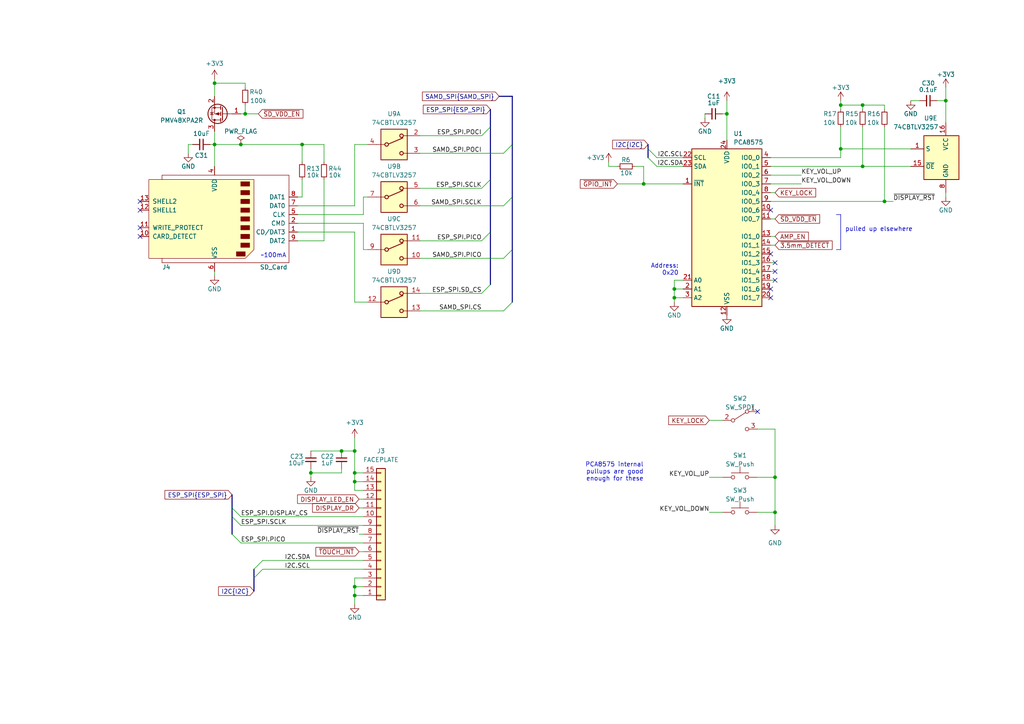
<source format=kicad_sch>
(kicad_sch (version 20230121) (generator eeschema)
  (paper "A4")
  (title_block (title "gay ipod storage + usb interface") (date "2022-09-04") (rev "1"))
  (lib_symbols
    (symbol "74xx:74CBTLV3257"
      (property "Reference" "U" (at 17.78 1.27 0))
      (property "Value" "74CBTLV3257" (at 15.24 -1.27 0))
      (symbol "74CBTLV3257_1_1"
        (rectangle (start -3.81 4.445) (end 3.81 -4.445) (stroke (width 0.254)) (fill (type background)))
        (circle (center -2.159 0) (radius 0.508) (stroke (width 0.254)))
        (polyline (pts (xy -5.08 0) (xy -2.794 0)))
        (polyline (pts (xy -1.651 0.127) (xy 2.54 1.905)) (stroke (width 0.254)))
        (polyline (pts (xy 5.08 -2.54) (xy 2.794 -2.54)))
        (polyline (pts (xy 5.08 2.54) (xy 2.794 2.54)))
        (circle (center 2.159 -2.54) (radius 0.508) (stroke (width 0.254)))
        (circle (center 2.159 2.54) (radius 0.508) (stroke (width 0.254)))
        (pin passive line (at 7.62 2.54 180) (length 2.54) (name "~") (number "2"))
        (pin passive line (at 7.62 -2.54 180) (length 2.54) (name "~") (number "3"))
        (pin passive line (at -7.62 0 0) (length 2.54) (name "~") (number "4"))
      )
      (symbol "74CBTLV3257_2_1"
        (rectangle (start -3.81 4.445) (end 3.81 -4.445) (stroke (width 0.254)) (fill (type background)))
        (circle (center -2.159 0) (radius 0.508) (stroke (width 0.254)))
        (polyline (pts (xy -5.08 0) (xy -2.794 0)))
        (polyline (pts (xy -1.651 0.127) (xy 2.54 1.905)) (stroke (width 0.254)))
        (polyline (pts (xy 5.08 -2.54) (xy 2.794 -2.54)))
        (polyline (pts (xy 5.08 2.54) (xy 2.794 2.54)))
        (circle (center 2.159 -2.54) (radius 0.508) (stroke (width 0.254)))
        (circle (center 2.159 2.54) (radius 0.508) (stroke (width 0.254)))
        (pin passive line (at 7.62 2.54 180) (length 2.54) (name "~") (number "5"))
        (pin passive line (at 7.62 -2.54 180) (length 2.54) (name "~") (number "6"))
        (pin passive line (at -7.62 0 0) (length 2.54) (name "~") (number "7"))
      )
      (symbol "74CBTLV3257_3_1"
        (rectangle (start -3.81 4.445) (end 3.81 -4.445) (stroke (width 0.254)) (fill (type background)))
        (circle (center -2.159 0) (radius 0.508) (stroke (width 0.254)))
        (polyline (pts (xy -5.08 0) (xy -2.794 0)))
        (polyline (pts (xy -1.651 0.127) (xy 2.54 1.905)) (stroke (width 0.254)))
        (polyline (pts (xy 5.08 -2.54) (xy 2.794 -2.54)))
        (polyline (pts (xy 5.08 2.54) (xy 2.794 2.54)))
        (circle (center 2.159 -2.54) (radius 0.508) (stroke (width 0.254)))
        (circle (center 2.159 2.54) (radius 0.508) (stroke (width 0.254)))
        (pin passive line (at 7.62 -2.54 180) (length 2.54) (name "~") (number "10"))
        (pin passive line (at 7.62 2.54 180) (length 2.54) (name "~") (number "11"))
        (pin passive line (at -7.62 0 0) (length 2.54) (name "~") (number "9"))
      )
      (symbol "74CBTLV3257_4_1"
        (rectangle (start -3.81 4.445) (end 3.81 -4.445) (stroke (width 0.254)) (fill (type background)))
        (circle (center -2.159 0) (radius 0.508) (stroke (width 0.254)))
        (polyline (pts (xy -5.08 0) (xy -2.794 0)))
        (polyline (pts (xy -1.651 0.127) (xy 2.54 1.905)) (stroke (width 0.254)))
        (polyline (pts (xy 5.08 -2.54) (xy 2.794 -2.54)))
        (polyline (pts (xy 5.08 2.54) (xy 2.794 2.54)))
        (circle (center 2.159 -2.54) (radius 0.508) (stroke (width 0.254)))
        (circle (center 2.159 2.54) (radius 0.508) (stroke (width 0.254)))
        (pin passive line (at -7.62 0 0) (length 2.54) (name "~") (number "12"))
        (pin passive line (at 7.62 -2.54 180) (length 2.54) (name "~") (number "13"))
        (pin passive line (at 7.62 2.54 180) (length 2.54) (name "~") (number "14"))
      )
      (symbol "74CBTLV3257_5_1"
        (rectangle (start 3.81 6.35) (end -6.35 -6.35) (stroke (width 0.254)) (fill (type background)))
        (pin input line (at -10.16 2.54 0) (length 3.81) (name "S") (number "1"))
        (pin input line (at -10.16 -2.54 0) (length 3.81) (name "~{OE}") (number "15"))
        (pin power_in line (at 0 10.16 270) (length 3.81) (name "VCC") (number "16"))
        (pin power_in line (at 0 -10.16 90) (length 3.81) (name "GND") (number "8"))
      )
    )
    (symbol "Connector_Generic:Conn_01x15" (pin_names (offset 1.016) hide)
      (property "Reference" "J" (at 0 20.32 0))
      (property "Value" "Conn_01x15" (at 0 -20.32 0))
      (symbol "Conn_01x15_1_1"
        (rectangle (start -1.27 -17.653) (end 0 -17.907) (stroke (width 0.1524)))
        (rectangle (start -1.27 -15.113) (end 0 -15.367) (stroke (width 0.1524)))
        (rectangle (start -1.27 -12.573) (end 0 -12.827) (stroke (width 0.1524)))
        (rectangle (start -1.27 -10.033) (end 0 -10.287) (stroke (width 0.1524)))
        (rectangle (start -1.27 -7.493) (end 0 -7.747) (stroke (width 0.1524)))
        (rectangle (start -1.27 -4.953) (end 0 -5.207) (stroke (width 0.1524)))
        (rectangle (start -1.27 -2.413) (end 0 -2.667) (stroke (width 0.1524)))
        (rectangle (start -1.27 0.127) (end 0 -0.127) (stroke (width 0.1524)))
        (rectangle (start -1.27 2.667) (end 0 2.413) (stroke (width 0.1524)))
        (rectangle (start -1.27 5.207) (end 0 4.953) (stroke (width 0.1524)))
        (rectangle (start -1.27 7.747) (end 0 7.493) (stroke (width 0.1524)))
        (rectangle (start -1.27 10.287) (end 0 10.033) (stroke (width 0.1524)))
        (rectangle (start -1.27 12.827) (end 0 12.573) (stroke (width 0.1524)))
        (rectangle (start -1.27 15.367) (end 0 15.113) (stroke (width 0.1524)))
        (rectangle (start -1.27 17.907) (end 0 17.653) (stroke (width 0.1524)))
        (rectangle (start -1.27 19.05) (end 1.27 -19.05) (stroke (width 0.254)) (fill (type background)))
        (pin passive line (at -5.08 17.78 0) (length 3.81) (name "Pin_1") (number "1"))
        (pin passive line (at -5.08 -5.08 0) (length 3.81) (name "Pin_10") (number "10"))
        (pin passive line (at -5.08 -7.62 0) (length 3.81) (name "Pin_11") (number "11"))
        (pin passive line (at -5.08 -10.16 0) (length 3.81) (name "Pin_12") (number "12"))
        (pin passive line (at -5.08 -12.7 0) (length 3.81) (name "Pin_13") (number "13"))
        (pin passive line (at -5.08 -15.24 0) (length 3.81) (name "Pin_14") (number "14"))
        (pin passive line (at -5.08 -17.78 0) (length 3.81) (name "Pin_15") (number "15"))
        (pin passive line (at -5.08 15.24 0) (length 3.81) (name "Pin_2") (number "2"))
        (pin passive line (at -5.08 12.7 0) (length 3.81) (name "Pin_3") (number "3"))
        (pin passive line (at -5.08 10.16 0) (length 3.81) (name "Pin_4") (number "4"))
        (pin passive line (at -5.08 7.62 0) (length 3.81) (name "Pin_5") (number "5"))
        (pin passive line (at -5.08 5.08 0) (length 3.81) (name "Pin_6") (number "6"))
        (pin passive line (at -5.08 2.54 0) (length 3.81) (name "Pin_7") (number "7"))
        (pin passive line (at -5.08 0 0) (length 3.81) (name "Pin_8") (number "8"))
        (pin passive line (at -5.08 -2.54 0) (length 3.81) (name "Pin_9") (number "9"))
      )
    )
    (symbol "Device:C_Small" (pin_numbers hide) (pin_names (offset 0.254) hide)
      (property "Reference" "C" (at 0.254 1.778 0))
      (property "Value" "C_Small" (at 0.254 -2.032 0))
      (symbol "C_Small_0_1"
        (polyline (pts (xy -1.524 -0.508) (xy 1.524 -0.508)) (stroke (width 0.3302)))
        (polyline (pts (xy -1.524 0.508) (xy 1.524 0.508)) (stroke (width 0.3048)))
      )
      (symbol "C_Small_1_1"
        (pin passive line (at 0 2.54 270) (length 2.032) (name "~") (number "1"))
        (pin passive line (at 0 -2.54 90) (length 2.032) (name "~") (number "2"))
      )
    )
    (symbol "Device:Q_PMOS_GSD" (pin_names (offset 0) hide)
      (property "Reference" "Q" (at 5.08 1.27 0))
      (property "Value" "Q_PMOS_GSD" (at 5.08 -1.27 0))
      (symbol "Q_PMOS_GSD_0_1"
        (polyline (pts (xy 0.254 0) (xy -2.54 0)))
        (polyline (pts (xy 0.254 1.905) (xy 0.254 -1.905)) (stroke (width 0.254)))
        (polyline (pts (xy 0.762 -1.27) (xy 0.762 -2.286)) (stroke (width 0.254)))
        (polyline (pts (xy 0.762 0.508) (xy 0.762 -0.508)) (stroke (width 0.254)))
        (polyline (pts (xy 0.762 2.286) (xy 0.762 1.27)) (stroke (width 0.254)))
        (polyline (pts (xy 2.54 2.54) (xy 2.54 1.778)))
        (polyline (pts (xy 2.54 -2.54) (xy 2.54 0) (xy 0.762 0)))
        (polyline (pts (xy 0.762 1.778) (xy 3.302 1.778) (xy 3.302 -1.778) (xy 0.762 -1.778)))
        (polyline (pts (xy 2.286 0) (xy 1.27 0.381) (xy 1.27 -0.381) (xy 2.286 0)) (fill (type outline)))
        (polyline (pts (xy 2.794 -0.508) (xy 2.921 -0.381) (xy 3.683 -0.381) (xy 3.81 -0.254)))
        (polyline (pts (xy 3.302 -0.381) (xy 2.921 0.254) (xy 3.683 0.254) (xy 3.302 -0.381)))
        (circle (center 1.651 0) (radius 2.794) (stroke (width 0.254)))
        (circle (center 2.54 -1.778) (radius 0.254) (fill (type outline)))
        (circle (center 2.54 1.778) (radius 0.254) (fill (type outline)))
      )
      (symbol "Q_PMOS_GSD_1_1"
        (pin input line (at -5.08 0 0) (length 2.54) (name "G") (number "1"))
        (pin passive line (at 2.54 -5.08 90) (length 2.54) (name "S") (number "2"))
        (pin passive line (at 2.54 5.08 270) (length 2.54) (name "D") (number "3"))
      )
    )
    (symbol "Device:R_Small" (pin_numbers hide) (pin_names (offset 0.254) hide)
      (property "Reference" "R" (at 0.762 0.508 0))
      (property "Value" "R_Small" (at 0.762 -1.016 0))
      (symbol "R_Small_0_1"
        (rectangle (start -0.762 1.778) (end 0.762 -1.778) (stroke (width 0.2032)))
      )
      (symbol "R_Small_1_1"
        (pin passive line (at 0 2.54 270) (length 0.762) (name "~") (number "1"))
        (pin passive line (at 0 -2.54 90) (length 0.762) (name "~") (number "2"))
      )
    )
    (symbol "Interface_Expansion:PCA9555D"
      (property "Reference" "U" (at -8.89 24.13 0))
      (property "Value" "PCA9555D" (at 6.35 24.13 0))
      (symbol "PCA9555D_0_1"
        (rectangle (start -10.16 22.86) (end 10.16 -22.86) (stroke (width 0.254)) (fill (type background)))
      )
      (symbol "PCA9555D_1_1"
        (pin open_collector line (at -12.7 12.7 0) (length 2.54) (name "~{INT}") (number "1"))
        (pin bidirectional line (at 12.7 5.08 180) (length 2.54) (name "IO0_6") (number "10"))
        (pin bidirectional line (at 12.7 2.54 180) (length 2.54) (name "IO0_7") (number "11"))
        (pin power_in line (at 0 -25.4 90) (length 2.54) (name "VSS") (number "12"))
        (pin bidirectional line (at 12.7 -2.54 180) (length 2.54) (name "IO1_0") (number "13"))
        (pin bidirectional line (at 12.7 -5.08 180) (length 2.54) (name "IO1_1") (number "14"))
        (pin bidirectional line (at 12.7 -7.62 180) (length 2.54) (name "IO1_2") (number "15"))
        (pin bidirectional line (at 12.7 -10.16 180) (length 2.54) (name "IO1_3") (number "16"))
        (pin bidirectional line (at 12.7 -12.7 180) (length 2.54) (name "IO1_4") (number "17"))
        (pin bidirectional line (at 12.7 -15.24 180) (length 2.54) (name "IO1_5") (number "18"))
        (pin bidirectional line (at 12.7 -17.78 180) (length 2.54) (name "IO1_6") (number "19"))
        (pin input line (at -12.7 -17.78 0) (length 2.54) (name "A1") (number "2"))
        (pin bidirectional line (at 12.7 -20.32 180) (length 2.54) (name "IO1_7") (number "20"))
        (pin input line (at -12.7 -15.24 0) (length 2.54) (name "A0") (number "21"))
        (pin input line (at -12.7 20.32 0) (length 2.54) (name "SCL") (number "22"))
        (pin bidirectional line (at -12.7 17.78 0) (length 2.54) (name "SDA") (number "23"))
        (pin power_in line (at 0 25.4 270) (length 2.54) (name "VDD") (number "24"))
        (pin input line (at -12.7 -20.32 0) (length 2.54) (name "A2") (number "3"))
        (pin bidirectional line (at 12.7 20.32 180) (length 2.54) (name "IO0_0") (number "4"))
        (pin bidirectional line (at 12.7 17.78 180) (length 2.54) (name "IO0_1") (number "5"))
        (pin bidirectional line (at 12.7 15.24 180) (length 2.54) (name "IO0_2") (number "6"))
        (pin bidirectional line (at 12.7 12.7 180) (length 2.54) (name "IO0_3") (number "7"))
        (pin bidirectional line (at 12.7 10.16 180) (length 2.54) (name "IO0_4") (number "8"))
        (pin bidirectional line (at 12.7 7.62 180) (length 2.54) (name "IO0_5") (number "9"))
      )
    )
    (symbol "Switch:SW_Push" (pin_numbers hide) (pin_names (offset 1.016) hide)
      (property "Reference" "SW" (at 1.27 2.54 0))
      (property "Value" "SW_Push" (at 0 -1.524 0))
      (symbol "SW_Push_0_1"
        (circle (center -2.032 0) (radius 0.508))
        (polyline (pts (xy 0 1.27) (xy 0 3.048)))
        (polyline (pts (xy 2.54 1.27) (xy -2.54 1.27)))
        (circle (center 2.032 0) (radius 0.508))
        (pin passive line (at -5.08 0 0) (length 2.54) (name "1") (number "1"))
        (pin passive line (at 5.08 0 180) (length 2.54) (name "2") (number "2"))
      )
    )
    (symbol "Switch:SW_SPDT" (pin_names (offset 0) hide)
      (property "Reference" "SW" (at 0 4.318 0))
      (property "Value" "SW_SPDT" (at 0 -5.08 0))
      (symbol "SW_SPDT_0_0"
        (circle (center -2.032 0) (radius 0.508))
        (circle (center 2.032 -2.54) (radius 0.508))
      )
      (symbol "SW_SPDT_0_1"
        (polyline (pts (xy -1.524 0.254) (xy 1.651 2.286)))
        (circle (center 2.032 2.54) (radius 0.508))
      )
      (symbol "SW_SPDT_1_1"
        (pin passive line (at 5.08 2.54 180) (length 2.54) (name "A") (number "1"))
        (pin passive line (at -5.08 0 0) (length 2.54) (name "B") (number "2"))
        (pin passive line (at 5.08 -2.54 180) (length 2.54) (name "C") (number "3"))
      )
    )
    (symbol "power:+3V3" (power) (pin_names (offset 0))
      (property "Value" "+3V3" (at 0 3.556 0))
      (symbol "+3V3_0_1"
        (polyline (pts (xy -0.762 1.27) (xy 0 2.54)))
        (polyline (pts (xy 0 0) (xy 0 2.54)))
        (polyline (pts (xy 0 2.54) (xy 0.762 1.27)))
      )
      (symbol "+3V3_1_1"
        (pin power_in line (at 0 0 90) (length 0) hide (name "+3V3") (number "1"))
      )
    )
    (symbol "power:GND" (power) (pin_names (offset 0))
      (property "Value" "GND" (at 0 -3.81 0))
      (symbol "GND_0_1"
        (polyline (pts (xy 0 0) (xy 0 -1.27) (xy 1.27 -1.27) (xy 0 -2.54) (xy -1.27 -1.27) (xy 0 -1.27)))
      )
      (symbol "GND_1_1"
        (pin power_in line (at 0 0 270) (length 0) hide (name "GND") (number "1"))
      )
    )
    (symbol "power:PWR_FLAG" (power) (pin_numbers hide) (pin_names (offset 0) hide)
      (property "Value" "PWR_FLAG" (at 0 3.81 0))
      (symbol "PWR_FLAG_0_0"
        (pin power_out line (at 0 0 90) (length 0) (name "pwr") (number "1"))
      )
      (symbol "PWR_FLAG_0_1"
        (polyline (pts (xy 0 0) (xy 0 1.27) (xy -1.016 1.905) (xy 0 2.54) (xy 1.016 1.905) (xy 0 1.27)))
      )
    )
    (symbol "symbols:SD_Card" (pin_names (offset 1.016))
      (property "Reference" "J" (at -16.51 13.97 0))
      (property "Value" "SD_Card" (at 15.24 -13.97 0))
      (symbol "SD_Card_0_1"
        (rectangle (start -8.89 -9.525) (end -6.35 -10.795) (fill (type outline)))
        (rectangle (start -8.89 -6.985) (end -6.35 -8.255) (fill (type outline)))
        (rectangle (start -8.89 -4.445) (end -6.35 -5.715) (fill (type outline)))
        (rectangle (start -8.89 -1.905) (end -6.35 -3.175) (fill (type outline)))
        (rectangle (start -8.89 0.635) (end -6.35 -0.635) (fill (type outline)))
        (rectangle (start -8.89 3.175) (end -6.35 1.905) (fill (type outline)))
        (rectangle (start -8.89 5.715) (end -6.35 4.445) (fill (type outline)))
        (rectangle (start -8.89 8.255) (end -6.35 6.985) (fill (type outline)))
        (rectangle (start -7.62 10.795) (end -5.08 9.525) (fill (type outline)))
        (polyline (pts (xy -10.16 8.89) (xy -7.62 11.43) (xy 20.32 11.43) (xy 20.32 -11.43) (xy -10.16 -11.43) (xy -10.16 8.89)) (fill (type background)))
        (polyline (pts (xy 16.51 11.43) (xy 16.51 12.7) (xy -20.32 12.7) (xy -20.32 -12.7) (xy 16.51 -12.7) (xy 16.51 -11.43)))
      )
      (symbol "SD_Card_1_1"
        (pin input line (at -22.86 3.81 0) (length 2.54) (name "CD/DAT3") (number "1"))
        (pin input line (at 22.86 5.08 180) (length 2.54) (name "CARD_DETECT") (number "10"))
        (pin input line (at 22.86 2.54 180) (length 2.54) (name "WRITE_PROTECT") (number "11"))
        (pin input line (at 22.86 -2.54 180) (length 2.54) (name "SHELL1") (number "12"))
        (pin input line (at 22.86 -5.08 180) (length 2.54) (name "SHELL2") (number "13"))
        (pin input line (at -22.86 1.27 0) (length 2.54) (name "CMD") (number "2"))
        (pin power_in line (at 1.27 15.24 270) (length 2.54) hide (name "VSS") (number "3"))
        (pin power_in line (at 1.27 -15.24 90) (length 2.54) (name "VDD") (number "4"))
        (pin input line (at -22.86 -1.27 0) (length 2.54) (name "CLK") (number "5"))
        (pin power_in line (at 1.27 15.24 270) (length 2.54) (name "VSS") (number "6"))
        (pin input line (at -22.86 -3.81 0) (length 2.54) (name "DAT0") (number "7"))
        (pin input line (at -22.86 -6.35 0) (length 2.54) (name "DAT1") (number "8"))
        (pin input line (at -22.86 6.35 0) (length 2.54) (name "DAT2") (number "9"))
      )
    )
  )
  (junction (at 195.58 86.36))
  (junction (at 102.87 139.7))
  (junction (at 99.06 130.81))
  (junction (at 102.87 170.18))
  (junction (at 243.84 43.18))
  (junction (at 62.23 24.13))
  (junction (at 102.87 172.72))
  (junction (at 274.32 29.21))
  (junction (at 69.85 41.91))
  (junction (at 224.79 148.59))
  (junction (at 243.84 30.48))
  (junction (at 250.19 48.26))
  (junction (at 102.87 137.16))
  (junction (at 210.82 33.02))
  (junction (at 87.63 41.91))
  (junction (at 195.58 83.82))
  (junction (at 62.23 41.91))
  (junction (at 250.19 30.48))
  (junction (at 256.54 58.42))
  (junction (at 224.79 138.43))
  (junction (at 71.12 33.02))
  (junction (at 90.17 137.16))
  (junction (at 102.87 130.81))
  (junction (at 186.69 53.34))
  (no_connect (at 224.79 76.2))
  (no_connect (at 224.79 78.74))
  (no_connect (at 40.64 58.42))
  (no_connect (at 40.64 66.04))
  (no_connect (at 224.79 81.28))
  (no_connect (at 223.52 86.36))
  (no_connect (at 40.64 68.58))
  (no_connect (at 223.52 73.66))
  (no_connect (at 219.71 119.38))
  (no_connect (at 40.64 60.96))
  (no_connect (at 223.52 83.82))
  (no_connect (at 223.52 60.96))
  (bus_entry (at 69.85 152.4) (size -2.54 -2.54))
  (bus_entry (at 187.96 43.18) (size 2.54 2.54))
  (bus_entry (at 139.7 69.85) (size 2.54 -2.54))
  (bus_entry (at 139.7 85.09) (size 2.54 -2.54))
  (bus_entry (at 139.7 39.37) (size 2.54 -2.54))
  (bus_entry (at 139.7 54.61) (size 2.54 -2.54))
  (bus_entry (at 187.96 45.72) (size 2.54 2.54))
  (bus_entry (at 146.05 44.45) (size 2.54 -2.54))
  (bus_entry (at 146.05 74.93) (size 2.54 -2.54))
  (bus_entry (at 146.05 59.69) (size 2.54 -2.54))
  (bus_entry (at 69.85 157.48) (size -2.54 -2.54))
  (bus_entry (at 73.66 165.1) (size 2.54 -2.54))
  (bus_entry (at 73.66 167.64) (size 2.54 -2.54))
  (bus_entry (at 146.05 90.17) (size 2.54 -2.54))
  (bus_entry (at 69.85 149.86) (size -2.54 -2.54))
  (wire (pts (xy 195.58 83.82) (xy 195.58 86.36)))
  (wire (pts (xy 195.58 86.36) (xy 195.58 87.63)))
  (bus (pts (xy 67.31 147.32) (xy 67.31 149.86)))
  (wire (pts (xy 224.79 138.43) (xy 224.79 148.59)))
  (polyline (pts (xy 242.57 72.39) (xy 243.84 72.39)))
  (wire (pts (xy 69.85 149.86) (xy 105.41 149.86)))
  (wire (pts (xy 219.71 124.46) (xy 224.79 124.46)))
  (wire (pts (xy 243.84 36.83) (xy 243.84 43.18)))
  (wire (pts (xy 259.08 58.42) (xy 256.54 58.42)))
  (bus (pts (xy 144.78 27.94) (xy 148.59 27.94)))
  (wire (pts (xy 90.17 130.81) (xy 99.06 130.81)))
  (wire (pts (xy 54.61 41.91) (xy 54.61 44.45)))
  (wire (pts (xy 102.87 172.72) (xy 105.41 172.72)))
  (bus (pts (xy 73.66 165.1) (xy 73.66 167.64)))
  (wire (pts (xy 62.23 80.01) (xy 62.23 78.74)))
  (wire (pts (xy 274.32 25.4) (xy 274.32 29.21)))
  (wire (pts (xy 210.82 29.21) (xy 210.82 33.02)))
  (wire (pts (xy 102.87 41.91) (xy 102.87 59.69)))
  (wire (pts (xy 74.93 33.02) (xy 71.12 33.02)))
  (wire (pts (xy 104.14 147.32) (xy 105.41 147.32)))
  (wire (pts (xy 186.69 48.26) (xy 186.69 53.34)))
  (wire (pts (xy 87.63 41.91) (xy 93.98 41.91)))
  (bus (pts (xy 142.24 36.83) (xy 142.24 52.07)))
  (wire (pts (xy 224.79 78.74) (xy 223.52 78.74)))
  (wire (pts (xy 243.84 45.72) (xy 243.84 43.18)))
  (wire (pts (xy 71.12 30.48) (xy 71.12 33.02)))
  (wire (pts (xy 224.79 124.46) (xy 224.79 138.43)))
  (wire (pts (xy 184.15 48.26) (xy 186.69 48.26)))
  (wire (pts (xy 250.19 30.48) (xy 256.54 30.48)))
  (wire (pts (xy 223.52 53.34) (xy 232.41 53.34)))
  (wire (pts (xy 179.07 53.34) (xy 186.69 53.34)))
  (wire (pts (xy 87.63 41.91) (xy 87.63 46.99)))
  (wire (pts (xy 223.52 48.26) (xy 250.19 48.26)))
  (wire (pts (xy 105.41 64.77) (xy 105.41 72.39)))
  (wire (pts (xy 256.54 36.83) (xy 256.54 58.42)))
  (wire (pts (xy 102.87 175.26) (xy 102.87 172.72)))
  (wire (pts (xy 69.85 152.4) (xy 105.41 152.4)))
  (wire (pts (xy 190.5 48.26) (xy 198.12 48.26)))
  (wire (pts (xy 102.87 170.18) (xy 102.87 172.72)))
  (wire (pts (xy 99.06 137.16) (xy 90.17 137.16)))
  (wire (pts (xy 102.87 67.31) (xy 102.87 87.63)))
  (wire (pts (xy 121.92 90.17) (xy 146.05 90.17)))
  (wire (pts (xy 176.53 48.26) (xy 179.07 48.26)))
  (wire (pts (xy 86.36 59.69) (xy 102.87 59.69)))
  (wire (pts (xy 256.54 30.48) (xy 256.54 31.75)))
  (bus (pts (xy 142.24 67.31) (xy 142.24 82.55)))
  (wire (pts (xy 198.12 83.82) (xy 195.58 83.82)))
  (wire (pts (xy 198.12 81.28) (xy 195.58 81.28)))
  (wire (pts (xy 219.71 138.43) (xy 224.79 138.43)))
  (wire (pts (xy 209.55 33.02) (xy 210.82 33.02)))
  (bus (pts (xy 148.59 27.94) (xy 148.59 41.91)))
  (wire (pts (xy 62.23 38.1) (xy 62.23 41.91)))
  (wire (pts (xy 105.41 72.39) (xy 106.68 72.39)))
  (wire (pts (xy 99.06 135.89) (xy 99.06 137.16)))
  (bus (pts (xy 187.96 41.91) (xy 187.96 43.18)))
  (wire (pts (xy 104.14 154.94) (xy 105.41 154.94)))
  (wire (pts (xy 102.87 87.63) (xy 106.68 87.63)))
  (wire (pts (xy 224.79 71.12) (xy 223.52 71.12)))
  (wire (pts (xy 69.85 41.91) (xy 87.63 41.91)))
  (wire (pts (xy 224.79 76.2) (xy 223.52 76.2)))
  (wire (pts (xy 224.79 63.5) (xy 223.52 63.5)))
  (wire (pts (xy 264.16 29.21) (xy 266.7 29.21)))
  (wire (pts (xy 90.17 138.43) (xy 90.17 137.16)))
  (wire (pts (xy 223.52 50.8) (xy 232.41 50.8)))
  (wire (pts (xy 105.41 62.23) (xy 105.41 57.15)))
  (wire (pts (xy 62.23 22.86) (xy 62.23 24.13)))
  (wire (pts (xy 243.84 43.18) (xy 264.16 43.18)))
  (wire (pts (xy 223.52 45.72) (xy 243.84 45.72)))
  (wire (pts (xy 121.92 85.09) (xy 139.7 85.09)))
  (wire (pts (xy 243.84 30.48) (xy 243.84 31.75)))
  (wire (pts (xy 102.87 137.16) (xy 105.41 137.16)))
  (wire (pts (xy 186.69 53.34) (xy 198.12 53.34)))
  (wire (pts (xy 121.92 69.85) (xy 139.7 69.85)))
  (wire (pts (xy 62.23 24.13) (xy 62.23 27.94)))
  (wire (pts (xy 121.92 44.45) (xy 146.05 44.45)))
  (wire (pts (xy 104.14 160.02) (xy 105.41 160.02)))
  (wire (pts (xy 76.2 165.1) (xy 105.41 165.1)))
  (bus (pts (xy 187.96 43.18) (xy 187.96 45.72)))
  (wire (pts (xy 60.96 41.91) (xy 62.23 41.91)))
  (wire (pts (xy 204.47 33.02) (xy 204.47 34.29)))
  (wire (pts (xy 176.53 46.99) (xy 176.53 48.26)))
  (wire (pts (xy 93.98 46.99) (xy 93.98 41.91)))
  (wire (pts (xy 62.23 41.91) (xy 69.85 41.91)))
  (wire (pts (xy 224.79 68.58) (xy 223.52 68.58)))
  (wire (pts (xy 256.54 58.42) (xy 223.52 58.42)))
  (bus (pts (xy 148.59 57.15) (xy 148.59 72.39)))
  (wire (pts (xy 250.19 48.26) (xy 264.16 48.26)))
  (wire (pts (xy 71.12 25.4) (xy 71.12 24.13)))
  (wire (pts (xy 102.87 142.24) (xy 102.87 139.7)))
  (wire (pts (xy 274.32 29.21) (xy 274.32 35.56)))
  (wire (pts (xy 90.17 137.16) (xy 90.17 135.89)))
  (wire (pts (xy 105.41 139.7) (xy 102.87 139.7)))
  (wire (pts (xy 274.32 57.15) (xy 274.32 55.88)))
  (wire (pts (xy 55.88 41.91) (xy 54.61 41.91)))
  (wire (pts (xy 121.92 74.93) (xy 146.05 74.93)))
  (bus (pts (xy 67.31 149.86) (xy 67.31 154.94)))
  (bus (pts (xy 142.24 31.75) (xy 142.24 36.83)))
  (wire (pts (xy 76.2 162.56) (xy 105.41 162.56)))
  (wire (pts (xy 121.92 59.69) (xy 146.05 59.69)))
  (wire (pts (xy 87.63 52.07) (xy 87.63 57.15)))
  (wire (pts (xy 210.82 33.02) (xy 210.82 40.64)))
  (wire (pts (xy 71.12 33.02) (xy 69.85 33.02)))
  (wire (pts (xy 71.12 24.13) (xy 62.23 24.13)))
  (wire (pts (xy 243.84 30.48) (xy 250.19 30.48)))
  (bus (pts (xy 142.24 52.07) (xy 142.24 67.31)))
  (wire (pts (xy 104.14 144.78) (xy 105.41 144.78)))
  (wire (pts (xy 93.98 52.07) (xy 93.98 69.85)))
  (wire (pts (xy 106.68 41.91) (xy 102.87 41.91)))
  (wire (pts (xy 86.36 57.15) (xy 87.63 57.15)))
  (wire (pts (xy 102.87 130.81) (xy 99.06 130.81)))
  (wire (pts (xy 102.87 127) (xy 102.87 130.81)))
  (wire (pts (xy 86.36 64.77) (xy 105.41 64.77)))
  (wire (pts (xy 105.41 142.24) (xy 102.87 142.24)))
  (wire (pts (xy 250.19 36.83) (xy 250.19 48.26)))
  (wire (pts (xy 271.78 29.21) (xy 274.32 29.21)))
  (wire (pts (xy 102.87 167.64) (xy 102.87 170.18)))
  (wire (pts (xy 86.36 67.31) (xy 102.87 67.31)))
  (wire (pts (xy 121.92 39.37) (xy 139.7 39.37)))
  (wire (pts (xy 243.84 29.21) (xy 243.84 30.48)))
  (wire (pts (xy 121.92 54.61) (xy 139.7 54.61)))
  (bus (pts (xy 67.31 143.51) (xy 67.31 147.32)))
  (wire (pts (xy 86.36 62.23) (xy 105.41 62.23)))
  (wire (pts (xy 190.5 45.72) (xy 198.12 45.72)))
  (wire (pts (xy 105.41 57.15) (xy 106.68 57.15)))
  (wire (pts (xy 224.79 81.28) (xy 223.52 81.28)))
  (wire (pts (xy 219.71 148.59) (xy 224.79 148.59)))
  (bus (pts (xy 73.66 167.64) (xy 73.66 171.45)))
  (wire (pts (xy 62.23 48.26) (xy 62.23 41.91)))
  (wire (pts (xy 102.87 139.7) (xy 102.87 137.16)))
  (wire (pts (xy 198.12 86.36) (xy 195.58 86.36)))
  (polyline (pts (xy 243.84 62.23) (xy 243.84 72.39)))
  (wire (pts (xy 224.79 148.59) (xy 224.79 152.4)))
  (wire (pts (xy 195.58 81.28) (xy 195.58 83.82)))
  (wire (pts (xy 102.87 130.81) (xy 102.87 137.16)))
  (wire (pts (xy 205.74 138.43) (xy 209.55 138.43)))
  (polyline (pts (xy 242.57 62.23) (xy 243.84 62.23)))
  (bus (pts (xy 148.59 41.91) (xy 148.59 57.15)))
  (wire (pts (xy 224.79 55.88) (xy 223.52 55.88)))
  (wire (pts (xy 105.41 170.18) (xy 102.87 170.18)))
  (wire (pts (xy 86.36 69.85) (xy 93.98 69.85)))
  (wire (pts (xy 105.41 167.64) (xy 102.87 167.64)))
  (wire (pts (xy 205.74 148.59) (xy 209.55 148.59)))
  (bus (pts (xy 148.59 72.39) (xy 148.59 87.63)))
  (wire (pts (xy 69.85 157.48) (xy 105.41 157.48)))
  (wire (pts (xy 250.19 30.48) (xy 250.19 31.75)))
  (wire (pts (xy 205.74 121.92) (xy 209.55 121.92)))
  (text "~100mA" (at 75.565 74.93 0) (effects (font (size 1.27 1.27)) (justify left bottom)))
  (text "pulled up elsewhere" (at 245.11 67.31 0) (effects (font (size 1.27 1.27)) (justify left bottom)))
  (text "PCA8575 internal\npullups are good\nenough for these" (at 186.69 139.7 0) (effects (font (size 1.27 1.27)) (justify right bottom)))
  (text "Address:\n0x20" (at 196.85 80.01 0) (effects (font (size 1.27 1.27)) (justify right bottom)))
  (label "SAMD_SPI.POCI" (at 139.7 44.45 180))
  (label "I2C.SDA" (at 82.55 162.56 0))
  (label "I2C.SCL" (at 198.12 45.72 180))
  (label "SAMD_SPI.PICO" (at 139.7 74.93 180))
  (label "ESP_SPI.PICO" (at 139.7 69.85 180))
  (label "ESP_SPI.SD_CS" (at 139.7 85.09 180))
  (label "ESP_SPI.POCI" (at 139.7 39.37 180))
  (label "ESP_SPI.PICO" (at 69.85 157.48 0))
  (label "KEY_VOL_UP" (at 205.74 138.43 180) (property "Intersheetrefs" "${INTERSHEET_REFS}" (effects hide)))
  (label "SAMD_SPI.SCLK" (at 139.7 59.69 180))
  (label "~{DISPLAY_RST}" (at 104.14 154.94 180) (property "Intersheetrefs" "${INTERSHEET_REFS}" (effects hide)))
  (label "ESP_SPI.DISPLAY_CS" (at 69.85 149.86 0))
  (label "SAMD_SPI.CS" (at 139.7 90.17 180))
  (label "ESP_SPI.SCLK" (at 69.85 152.4 0))
  (label "KEY_VOL_UP" (at 232.41 50.8 0) (property "Intersheetrefs" "${INTERSHEET_REFS}" (effects hide)))
  (label "I2C.SDA" (at 198.12 48.26 180))
  (label "KEY_VOL_DOWN" (at 205.74 148.59 180) (property "Intersheetrefs" "${INTERSHEET_REFS}" (effects hide)))
  (label "KEY_VOL_DOWN" (at 232.41 53.34 0) (property "Intersheetrefs" "${INTERSHEET_REFS}" (effects hide)))
  (label "~{DISPLAY_RST}" (at 259.08 58.42 0) (property "Intersheetrefs" "${INTERSHEET_REFS}" (effects hide)))
  (label "ESP_SPI.SCLK" (at 139.7 54.61 180))
  (label "I2C.SCL" (at 82.55 165.1 0))
  (global_label "ESP_SPI{ESP_SPI}" (shape input) (at 142.24 31.75 180) (property "Intersheetrefs" "${INTERSHEET_REFS}" (effects hide)))
  (global_label "DISPLAY_LED_EN" (shape input) (at 104.14 144.78 180) (property "Intersheetrefs" "${INTERSHEET_REFS}" (effects hide)))
  (global_label "KEY_LOCK" (shape input) (at 205.74 121.92 180) (property "Intersheetrefs" "${INTERSHEET_REFS}" (effects hide)))
  (global_label "KEY_LOCK" (shape input) (at 224.79 55.88 0) (property "Intersheetrefs" "${INTERSHEET_REFS}" (effects hide)))
  (global_label "I2C{I2C}" (shape input) (at 73.66 171.45 180) (property "Intersheetrefs" "${INTERSHEET_REFS}" (effects hide)))
  (global_label "SAMD_SPI{SAMD_SPI}" (shape input) (at 144.78 27.94 180) (property "Intersheetrefs" "${INTERSHEET_REFS}" (effects hide)))
  (global_label "~{SD_VDD_EN}" (shape input) (at 74.93 33.02 0) (property "Intersheetrefs" "${INTERSHEET_REFS}" (effects hide)))
  (global_label "~{TOUCH_INT}" (shape input) (at 104.14 160.02 180) (property "Intersheetrefs" "${INTERSHEET_REFS}" (effects hide)))
  (global_label "I2C{I2C}" (shape input) (at 187.96 41.91 180) (property "Intersheetrefs" "${INTERSHEET_REFS}" (effects hide)))
  (global_label "~{SD_VDD_EN}" (shape input) (at 224.79 63.5 0) (property "Intersheetrefs" "${INTERSHEET_REFS}" (effects hide)))
  (global_label "ESP_SPI{ESP_SPI}" (shape input) (at 67.31 143.51 180) (property "Intersheetrefs" "${INTERSHEET_REFS}" (effects hide)))
  (global_label "DISPLAY_DR" (shape input) (at 104.14 147.32 180) (property "Intersheetrefs" "${INTERSHEET_REFS}" (effects hide)))
  (global_label "~{GPIO_INT}" (shape input) (at 179.07 53.34 180) (property "Intersheetrefs" "${INTERSHEET_REFS}" (effects hide)))
  (global_label "~{3.5mm_DETECT}" (shape input) (at 224.79 71.12 0) (property "Intersheetrefs" "${INTERSHEET_REFS}" (effects hide)))
  (global_label "AMP_EN" (shape input) (at 224.79 68.58 0) (property "Intersheetrefs" "${INTERSHEET_REFS}" (effects hide)))
  (symbol (lib_id "Device:R_Small") (at 87.63 49.53 0) (unit 1)
    (property "Reference" "R13" (at 90.805 48.895 0))
    (property "Value" "10k" (at 90.805 50.8 0))
    (property "Footprint" "Resistor_SMD:R_0603_1608Metric" (effects hide))
    (property "MPN" "AC0603JR-0710KL" (effects hide))
  )
  (symbol (lib_id "power:GND") (at 224.79 152.4 0) (unit 1)
    (property "Reference" "#PWR0413" (effects hide))
    (property "Value" "GND" (at 224.79 157.48 0))
  )
  (symbol (lib_id "Device:C_Small") (at 269.24 29.21 270) (unit 1)
    (property "Reference" "C30" (at 269.24 24.13 90))
    (property "Value" "0.1uF" (at 269.24 26.035 90))
    (property "Footprint" "Capacitor_SMD:C_0805_2012Metric" (effects hide))
    (property "MPN" "0805YD104KAT2A" (effects hide))
  )
  (symbol (lib_id "Interface_Expansion:PCA9555D") (at 210.82 66.04 0) (unit 1)
    (property "Reference" "U1" (at 212.725 38.735 0) (effects (justify left)))
    (property "Value" "PCA8575" (at 212.725 41.275 0) (effects (justify left)))
    (property "Footprint" "Package_SO:SSOP-24_3.9x8.7mm_P0.635mm" (effects hide))
    (property "Datasheet" "https://www.nxp.com/docs/en/data-sheet/PCA9555.pdf" (effects hide))
    (property "MPN" "PCA8575" (effects hide))
  )
  (symbol (lib_id "Device:R_Small") (at 93.98 49.53 0) (unit 1)
    (property "Reference" "R44" (at 97.155 48.895 0))
    (property "Value" "10k" (at 97.155 50.8 0))
    (property "Footprint" "Resistor_SMD:R_0603_1608Metric" (effects hide))
    (property "MPN" "AC0603JR-0710KL" (effects hide))
  )
  (symbol (lib_id "Switch:SW_SPDT") (at 214.63 121.92 0) (unit 1)
    (property "Reference" "SW2" (at 214.63 115.57 0))
    (property "Value" "SW_SPDT" (at 214.63 118.11 0))
    (property "Footprint" "Button_Switch_SMD:SW_SPDT_CK-JS102011SAQN" (effects hide))
    (property "MPN" "JS102011SAQN" (effects hide))
  )
  (symbol (lib_id "power:GND") (at 204.47 34.29 0) (unit 1)
    (property "Reference" "#PWR0410" (effects hide))
    (property "Value" "GND" (at 204.47 38.1 0))
  )
  (symbol (lib_id "Device:C_Small") (at 207.01 33.02 270) (unit 1)
    (property "Reference" "C11" (at 207.01 27.94 90))
    (property "Value" "1uF" (at 207.01 29.845 90))
    (property "Footprint" "Capacitor_SMD:C_0805_2012Metric" (effects hide))
    (property "MPN" "EMK212BJ105KG-T" (effects hide))
  )
  (symbol (lib_id "power:GND") (at 54.61 44.45 0) (unit 1)
    (property "Reference" "#PWR0402" (effects hide))
    (property "Value" "GND" (at 54.61 48.26 0))
  )
  (symbol (lib_id "Connector_Generic:Conn_01x15") (at 110.49 154.94 0) (mirror x) (unit 1)
    (property "Reference" "J3" (at 110.49 130.81 0))
    (property "Value" "FACEPLATE" (at 110.49 133.35 0))
    (property "Footprint" "footprints:molex_5052781533" (effects hide))
    (property "MPN" "5052781533" (effects hide))
  )
  (symbol (lib_id "74xx:74CBTLV3257") (at 114.3 87.63 0) (unit 4)
    (property "Reference" "U9" (at 114.3 78.74 0))
    (property "Value" "74CBTLV3257" (at 114.3 81.28 0))
    (property "Footprint" "Package_SO:TSSOP-16_4.4x5mm_P0.65mm" (effects hide))
    (property "Datasheet" "http://www.ti.com/lit/ds/symlink/sn74cbtlv3257.pdf" (effects hide))
    (property "MPN" "74CBTLV3257PW-Q10J" (effects hide))
  )
  (symbol (lib_id "power:+3V3") (at 274.32 25.4 0) (unit 1)
    (property "Reference" "#PWR0416" (effects hide))
    (property "Value" "+3V3" (at 274.32 21.59 0))
  )
  (symbol (lib_id "74xx:74CBTLV3257") (at 114.3 41.91 0) (unit 1)
    (property "Reference" "U9" (at 114.3 33.02 0))
    (property "Value" "74CBTLV3257" (at 114.3 35.56 0))
    (property "Footprint" "Package_SO:TSSOP-16_4.4x5mm_P0.65mm" (effects hide))
    (property "Datasheet" "http://www.ti.com/lit/ds/symlink/sn74cbtlv3257.pdf" (effects hide))
    (property "MPN" "74CBTLV3257PW-Q10J" (effects hide))
  )
  (symbol (lib_id "Device:R_Small") (at 243.84 34.29 0) (unit 1)
    (property "Reference" "R17" (at 238.76 33.02 0) (effects (justify left)))
    (property "Value" "10k" (at 238.76 35.56 0) (effects (justify left)))
    (property "Footprint" "Capacitor_SMD:C_0603_1608Metric" (effects hide))
    (property "MPN" "AC0603JR-0710KL" (effects hide))
  )
  (symbol (lib_id "74xx:74CBTLV3257") (at 114.3 72.39 0) (unit 3)
    (property "Reference" "U9" (at 114.3 63.5 0))
    (property "Value" "74CBTLV3257" (at 114.3 66.04 0))
    (property "Footprint" "Package_SO:TSSOP-16_4.4x5mm_P0.65mm" (effects hide))
    (property "Datasheet" "http://www.ti.com/lit/ds/symlink/sn74cbtlv3257.pdf" (effects hide))
    (property "MPN" "74CBTLV3257PW-Q10J" (effects hide))
  )
  (symbol (lib_id "Switch:SW_Push") (at 214.63 138.43 0) (unit 1)
    (property "Reference" "SW1" (at 214.63 132.08 0))
    (property "Value" "SW_Push" (at 214.63 134.62 0))
    (property "Footprint" "Button_Switch_THT:SW_SPST_Omron_B3F-315x_Angled" (effects hide))
    (property "MPN" "B3F-3150" (effects hide))
  )
  (symbol (lib_id "power:GND") (at 274.32 57.15 0) (unit 1)
    (property "Reference" "#PWR0417" (effects hide))
    (property "Value" "GND" (at 274.32 60.96 0))
  )
  (symbol (lib_id "power:GND") (at 264.16 29.21 0) (unit 1)
    (property "Reference" "#PWR0415" (effects hide))
    (property "Value" "GND" (at 264.16 33.02 0))
  )
  (symbol (lib_id "power:GND") (at 90.17 138.43 0) (unit 1)
    (property "Reference" "#PWR0405" (effects hide))
    (property "Value" "GND" (at 90.17 142.24 0))
  )
  (symbol (lib_id "Device:R_Small") (at 256.54 34.29 0) (unit 1)
    (property "Reference" "R16" (at 251.46 33.02 0) (effects (justify left)))
    (property "Value" "10k" (at 251.46 35.56 0) (effects (justify left)))
    (property "Footprint" "Capacitor_SMD:C_0603_1608Metric" (effects hide))
    (property "MPN" "AC0603JR-0710KL" (effects hide))
  )
  (symbol (lib_id "74xx:74CBTLV3257") (at 274.32 45.72 0) (unit 5)
    (property "Reference" "U9" (at 267.97 34.29 0) (effects (justify left)))
    (property "Value" "74CBTLV3257" (at 259.08 36.83 0) (effects (justify left)))
    (property "Footprint" "Package_SO:TSSOP-16_4.4x5mm_P0.65mm" (effects hide))
    (property "Datasheet" "http://www.ti.com/lit/ds/symlink/sn74cbtlv3257.pdf" (effects hide))
    (property "MPN" "74CBTLV3257PW-Q10J" (effects hide))
  )
  (symbol (lib_id "power:+3V3") (at 243.84 29.21 0) (unit 1)
    (property "Reference" "#PWR05" (effects hide))
    (property "Value" "+3V3" (at 243.84 25.4 0))
  )
  (symbol (lib_id "Device:C_Small") (at 99.06 133.35 0) (unit 1)
    (property "Reference" "C22" (at 94.9325 132.3975 0))
    (property "Value" "1uF" (at 94.9325 134.3025 0))
    (property "Footprint" "Capacitor_SMD:C_0805_2012Metric" (effects hide))
    (property "MPN" "EMK212BJ105KG-T" (effects hide))
  )
  (symbol (lib_id "power:PWR_FLAG") (at 69.85 41.91 0) (unit 1)
    (property "Reference" "#FLG0203" (effects hide))
    (property "Value" "PWR_FLAG" (at 69.85 38.1 0))
    (instances (project "gay-ipod" (path "" (reference "#FLG0203") (unit 1)) (path "" (reference "#FLG0102") (unit 1)) (path "" (reference "#FLG0401") (unit 1))))
  )
  (symbol (lib_id "power:+3V3") (at 102.87 127 0) (unit 1)
    (property "Reference" "#PWR0406" (effects hide))
    (property "Value" "+3V3" (at 102.87 122.555 0))
  )
  (symbol (lib_id "Switch:SW_Push") (at 214.63 148.59 0) (unit 1)
    (property "Reference" "SW3" (at 214.63 142.24 0))
    (property "Value" "SW_Push" (at 214.63 144.78 0))
    (property "Footprint" "Button_Switch_THT:SW_SPST_Omron_B3F-315x_Angled" (effects hide))
    (property "MPN" "B3F-3150" (effects hide))
  )
  (symbol (lib_id "Device:R_Small") (at 71.12 27.94 180) (unit 1)
    (property "Reference" "R40" (at 74.295 26.67 0))
    (property "Value" "100k" (at 74.93 29.21 0))
    (property "Footprint" "Resistor_SMD:R_0603_1608Metric" (effects hide))
    (property "MPN" "RC0603JR-10100KL" (effects hide))
  )
  (symbol (lib_id "power:+3V3") (at 62.23 22.86 0) (unit 1)
    (property "Reference" "#PWR0403" (effects hide))
    (property "Value" "+3V3" (at 62.23 18.415 0))
  )
  (symbol (lib_id "power:GND") (at 102.87 175.26 0) (unit 1)
    (property "Reference" "#PWR0407" (effects hide))
    (property "Value" "GND" (at 102.87 179.07 0))
  )
  (symbol (lib_id "Device:R_Small") (at 181.61 48.26 90) (unit 1)
    (property "Reference" "R6" (at 182.88 46.355 90) (effects (justify left)))
    (property "Value" "10k" (at 183.515 50.165 90) (effects (justify left)))
    (property "Footprint" "Capacitor_SMD:C_0603_1608Metric" (effects hide))
    (property "MPN" "AC0603JR-0710KL" (effects hide))
  )
  (symbol (lib_id "power:GND") (at 210.82 91.44 0) (unit 1)
    (property "Reference" "#PWR0412" (effects hide))
    (property "Value" "GND" (at 210.82 95.25 0))
  )
  (symbol (lib_id "symbols:SD_Card") (at 63.5 63.5 180) (unit 1)
    (property "Reference" "J4" (at 48.26 77.47 0))
    (property "Value" "SD_Card" (at 79.375 77.47 0))
    (property "Footprint" "Connector_Card:SD_Hirose_DM1AA_SF_PEJ82" (effects hide))
    (property "Datasheet" "http://portal.fciconnect.com/Comergent//fci/drawing/10067847.pdf" (effects hide))
    (property "MPN" "DM1AA-SF-PEJ(82) " (effects hide))
  )
  (symbol (lib_id "Device:Q_PMOS_GSD") (at 64.77 33.02 180) (unit 1)
    (property "Reference" "Q1" (at 52.705 32.385 0))
    (property "Value" "PMV48XPA2R" (at 52.705 34.925 0))
    (property "Footprint" "Package_TO_SOT_SMD:SOT-23" (effects hide))
    (property "MPN" "PMV48XPA2R" (effects hide))
  )
  (symbol (lib_id "74xx:74CBTLV3257") (at 114.3 57.15 0) (unit 2)
    (property "Reference" "U9" (at 114.3 48.26 0))
    (property "Value" "74CBTLV3257" (at 114.3 50.8 0))
    (property "Footprint" "Package_SO:TSSOP-16_4.4x5mm_P0.65mm" (effects hide))
    (property "Datasheet" "http://www.ti.com/lit/ds/symlink/sn74cbtlv3257.pdf" (effects hide))
    (property "MPN" "74CBTLV3257PW-Q10J" (effects hide))
  )
  (symbol (lib_id "power:+3V3") (at 210.82 29.21 0) (unit 1)
    (property "Reference" "#PWR0411" (effects hide))
    (property "Value" "+3V3" (at 210.82 23.495 0))
  )
  (symbol (lib_id "Device:C_Small") (at 90.17 133.35 0) (unit 1)
    (property "Reference" "C23" (at 86.0425 132.3975 0))
    (property "Value" "10uF" (at 86.0425 134.3025 0))
    (property "Footprint" "Capacitor_SMD:C_0805_2012Metric" (effects hide))
    (property "MPN" "EMK212ABJ106KG-T" (effects hide))
  )
  (symbol (lib_id "Device:R_Small") (at 250.19 34.29 0) (unit 1)
    (property "Reference" "R15" (at 245.11 33.02 0) (effects (justify left)))
    (property "Value" "10k" (at 245.11 35.56 0) (effects (justify left)))
    (property "Footprint" "Capacitor_SMD:C_0603_1608Metric" (effects hide))
    (property "MPN" "AC0603JR-0710KL" (effects hide))
  )
  (symbol (lib_id "power:GND") (at 62.23 80.01 0) (unit 1)
    (property "Reference" "#PWR0404" (effects hide))
    (property "Value" "GND" (at 62.23 83.82 0))
  )
  (symbol (lib_id "power:+3V3") (at 176.53 46.99 0) (unit 1)
    (property "Reference" "#PWR0408" (effects hide))
    (property "Value" "+3V3" (at 172.72 45.72 0))
  )
  (symbol (lib_id "power:GND") (at 195.58 87.63 0) (unit 1)
    (property "Reference" "#PWR0409" (effects hide))
    (property "Value" "GND" (at 195.58 91.44 0))
  )
  (symbol (lib_id "Device:C_Small") (at 58.42 41.91 270) (unit 1)
    (property "Reference" "C31" (at 58.42 45.085 90))
    (property "Value" "10uF" (at 58.42 38.735 90))
    (property "Footprint" "Capacitor_SMD:C_0805_2012Metric" (effects hide))
    (property "MPN" "EMK212ABJ106KG-T" (effects hide))
  )
)
</source>
